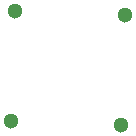
<source format=gbs>
G04*
G04 #@! TF.GenerationSoftware,Altium Limited,Altium Designer,22.11.1 (43)*
G04*
G04 Layer_Color=16711935*
%FSLAX43Y43*%
%MOMM*%
G71*
G04*
G04 #@! TF.SameCoordinates,EBCFDBAD-CF69-4633-B5B4-E8AFAE9BFA5E*
G04*
G04*
G04 #@! TF.FilePolarity,Negative*
G04*
G01*
G75*
%ADD10C,1.300*%
D10*
X-4828Y-4500D02*
D03*
X4500Y-4828D02*
D03*
X-4500Y4828D02*
D03*
X4828Y4500D02*
D03*
M02*

</source>
